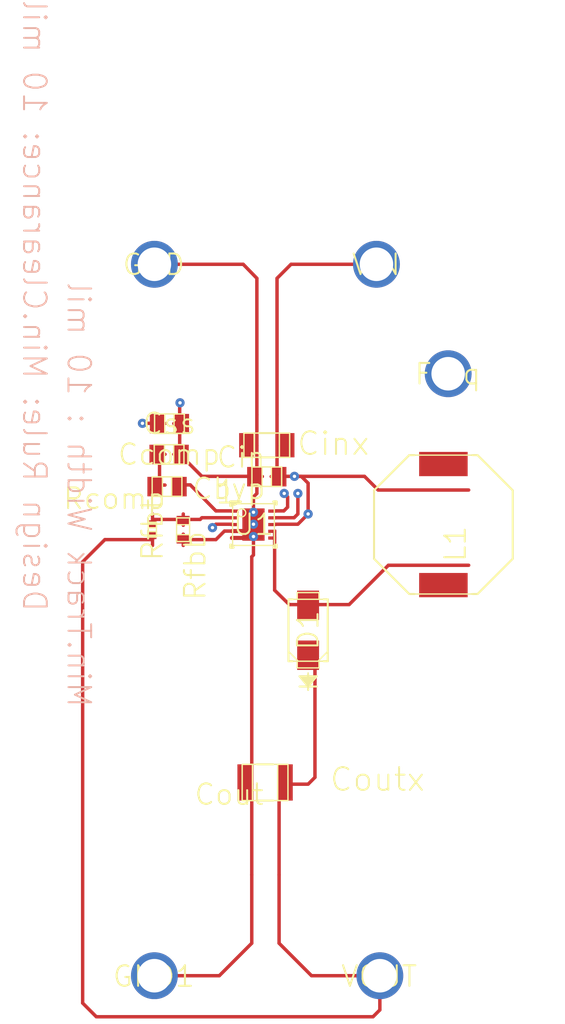
<source format=kicad_pcb>
(kicad_pcb (version 4) (host pcbnew 0.201509151501+6198~30~ubuntu14.04.1-product)

  (general
    (links 27)
    (no_connects 8)
    (area 173.850299 3.607651 215.861901 79.727402)
    (thickness 1.6)
    (drawings 13)
    (tracks 119)
    (zones 0)
    (modules 16)
    (nets 10)
  )

  (page A4)
  (layers
    (0 TOP signal)
    (1 BOTTOM signal)
    (2 INTERNAL1 signal)
    (3 INTERNAL2 signal)
    (4 INTERNAL3 signal)
    (5 INTERNAL4 signal)
    (6 INTERNAL5 signal)
    (7 INTERNAL6 signal)
    (8 INTERNAL7 signal)
    (31 INTERNAL8 signal)
    (32 B.Adhes user)
    (33 F.Adhes user)
    (34 B.Paste user)
    (35 F.Paste user)
    (36 B.SilkS user)
    (37 F.SilkS user)
    (38 B.Mask user)
    (39 F.Mask user)
    (40 Dwgs.User user)
    (41 Cmts.User user)
    (42 Eco1.User user)
    (43 Eco2.User user)
    (44 Edge.Cuts user)
    (45 Margin user)
    (46 B.CrtYd user)
    (47 F.CrtYd user)
    (48 B.Fab user)
    (49 F.Fab user)
  )

  (setup
    (last_trace_width 0.25)
    (trace_clearance 0.2)
    (zone_clearance 0.508)
    (zone_45_only no)
    (trace_min 0.2)
    (segment_width 0.2)
    (edge_width 0.15)
    (via_size 0.6)
    (via_drill 0.4)
    (via_min_size 0.4)
    (via_min_drill 0.254)
    (uvia_size 0.3)
    (uvia_drill 0.1)
    (uvias_allowed no)
    (uvia_min_size 0.2)
    (uvia_min_drill 0.1)
    (pcb_text_width 0.3)
    (pcb_text_size 1.5 1.5)
    (mod_edge_width 0.15)
    (mod_text_size 1 1)
    (mod_text_width 0.15)
    (pad_size 1.524 1.524)
    (pad_drill 0.762)
    (pad_to_mask_clearance 0.2)
    (aux_axis_origin 0 0)
    (visible_elements FFFFFF7F)
    (pcbplotparams
      (layerselection 0x00030_80000001)
      (usegerberextensions false)
      (excludeedgelayer true)
      (linewidth 0.100000)
      (plotframeref false)
      (viasonmask false)
      (mode 1)
      (useauxorigin false)
      (hpglpennumber 1)
      (hpglpenspeed 20)
      (hpglpendiameter 15)
      (hpglpenoverlay 2)
      (psnegative false)
      (psa4output false)
      (plotreference true)
      (plotvalue true)
      (plotinvisibletext false)
      (padsonsilk false)
      (subtractmaskfromsilk false)
      (outputformat 1)
      (mirror false)
      (drillshape 1)
      (scaleselection 1)
      (outputdirectory ""))
  )

  (net 0 "")
  (net 1 0)
  (net 2 2)
  (net 3 1)
  (net 4 14)
  (net 5 13)
  (net 6 5)
  (net 7 7)
  (net 8 4)
  (net 9 6)

  (net_class Default "This is the default net class."
    (clearance 0.2)
    (trace_width 0.25)
    (via_dia 0.6)
    (via_drill 0.4)
    (uvia_dia 0.3)
    (uvia_drill 0.1)
    (add_net 0)
    (add_net 1)
    (add_net 13)
    (add_net 14)
    (add_net 2)
    (add_net 4)
    (add_net 5)
    (add_net 6)
    (add_net 7)
  )

  (module TP-1502 (layer TOP) (tedit 0) (tstamp 5629ABAB)
    (at 207.1497 31.369)
    (fp_text reference Freq (at 0 0) (layer F.SilkS)
      (effects (font (thickness 0.15)))
    )
    (fp_text value "" (at 0 0) (layer F.SilkS)
      (effects (font (thickness 0.15)))
    )
    (pad 1 thru_hole circle (at 0 0) (size 1.3208 1.3208) (drill 0.8128) (layers *.Cu *.Mask)
      (net 5 13))
  )

  (module 1206 (layer TOP) (tedit 0) (tstamp 5629ABAF)
    (at 193.6877 36.6522 180)
    (fp_text reference Cin (at 0 0 180) (layer F.SilkS)
      (effects (font (thickness 0.15)) (justify right top))
    )
    (fp_text value "" (at 0 0 180) (layer F.SilkS)
      (effects (font (thickness 0.15)) (justify right top))
    )
    (fp_line (start -0.9398 0.9017) (end -0.9398 -0.9017) (layer F.SilkS) (width 0))
    (fp_line (start -0.9398 -0.9017) (end -1.7018 -0.9017) (layer F.SilkS) (width 0))
    (fp_line (start -1.7018 -0.9017) (end -1.7018 0.9017) (layer F.SilkS) (width 0))
    (fp_line (start -1.7018 0.9017) (end -0.9398 0.9017) (layer F.SilkS) (width 0))
    (fp_line (start 0.9398 -0.9017) (end 0.9398 0.9017) (layer F.SilkS) (width 0))
    (fp_line (start 0.9398 0.9017) (end 1.7018 0.9017) (layer F.SilkS) (width 0))
    (fp_line (start 1.7018 0.9017) (end 1.7018 -0.9017) (layer F.SilkS) (width 0))
    (fp_line (start 1.7018 -0.9017) (end 0.9398 -0.9017) (layer F.SilkS) (width 0))
    (fp_line (start -0.6071 0.9017) (end 0.6071 0.9017) (layer F.SilkS) (width 0.1524))
    (fp_line (start 0.6071 -0.9017) (end -0.6071 -0.9017) (layer F.SilkS) (width 0.1524))
    (fp_line (start -1.7018 0.9017) (end 1.7018 0.9017) (layer F.SilkS) (width 0))
    (fp_line (start 1.7018 0.9017) (end 1.7018 -0.9017) (layer F.SilkS) (width 0))
    (fp_line (start 1.7018 -0.9017) (end -1.7018 -0.9017) (layer F.SilkS) (width 0))
    (fp_line (start -1.7018 -0.9017) (end -1.7018 0.9017) (layer F.SilkS) (width 0))
    (pad 1 smd rect (at -1.4986 0 180) (size 1.1176 1.8034) (layers TOP F.Paste F.Mask)
      (net 3 1))
    (pad 2 smd rect (at 1.4986 0 180) (size 1.1176 1.8034) (layers TOP F.Paste F.Mask)
      (net 1 0))
  )

  (module TP-1502 (layer TOP) (tedit 0) (tstamp 5629ABC2)
    (at 202.0443 76.0984)
    (fp_text reference VOUT (at 0 0) (layer F.SilkS)
      (effects (font (thickness 0.15)))
    )
    (fp_text value "" (at 0 0) (layer F.SilkS)
      (effects (font (thickness 0.15)))
    )
    (pad 1 thru_hole circle (at 0 0) (size 1.3208 1.3208) (drill 0.8128) (layers *.Cu *.Mask)
      (net 2 2))
  )

  (module TP-1502 (layer TOP) (tedit 0) (tstamp 5629ABC6)
    (at 185.2803 76.0984)
    (fp_text reference GND1 (at 0 0) (layer F.SilkS)
      (effects (font (thickness 0.15)))
    )
    (fp_text value "" (at 0 0) (layer F.SilkS)
      (effects (font (thickness 0.15)))
    )
    (pad 1 thru_hole circle (at 0 0) (size 1.3208 1.3208) (drill 0.8128) (layers *.Cu *.Mask)
      (net 1 0))
  )

  (module TP-1502 (layer TOP) (tedit 0) (tstamp 5629ABCA)
    (at 185.2803 23.241)
    (fp_text reference GND (at 0 0) (layer F.SilkS)
      (effects (font (thickness 0.15)))
    )
    (fp_text value "" (at 0 0) (layer F.SilkS)
      (effects (font (thickness 0.15)))
    )
    (pad 1 thru_hole circle (at 0 0) (size 1.3208 1.3208) (drill 0.8128) (layers *.Cu *.Mask)
      (net 1 0))
  )

  (module TP-1502 (layer TOP) (tedit 0) (tstamp 5629ABCE)
    (at 201.8157 23.241)
    (fp_text reference VIN (at 0 0) (layer F.SilkS)
      (effects (font (thickness 0.15)))
    )
    (fp_text value "" (at 0 0) (layer F.SilkS)
      (effects (font (thickness 0.15)))
    )
    (pad 1 thru_hole circle (at 0 0) (size 1.3208 1.3208) (drill 0.8128) (layers *.Cu *.Mask)
      (net 3 1))
  )

  (module 0805 (layer TOP) (tedit 0) (tstamp 5629ABD2)
    (at 193.6877 38.989 180)
    (fp_text reference Cbyp (at 0 0 180) (layer F.SilkS)
      (effects (font (thickness 0.15)) (justify right top))
    )
    (fp_text value "" (at 0 0 180) (layer F.SilkS)
      (effects (font (thickness 0.15)) (justify right top))
    )
    (fp_line (start -0.3429 0.7239) (end -0.3429 -0.7239) (layer F.SilkS) (width 0))
    (fp_line (start -0.3429 -0.7239) (end -1.1049 -0.7239) (layer F.SilkS) (width 0))
    (fp_line (start -1.1049 -0.7239) (end -1.1049 0.7239) (layer F.SilkS) (width 0))
    (fp_line (start -1.1049 0.7239) (end -0.3429 0.7239) (layer F.SilkS) (width 0))
    (fp_line (start 0.3429 -0.7239) (end 0.3429 0.7239) (layer F.SilkS) (width 0))
    (fp_line (start 0.3429 0.7239) (end 1.1049 0.7239) (layer F.SilkS) (width 0))
    (fp_line (start 1.1049 0.7239) (end 1.1049 -0.7239) (layer F.SilkS) (width 0))
    (fp_line (start 1.1049 -0.7239) (end 0.3429 -0.7239) (layer F.SilkS) (width 0))
    (fp_line (start -1.1049 0.7239) (end 1.1049 0.7239) (layer F.SilkS) (width 0))
    (fp_line (start 1.1049 0.7239) (end 1.1049 -0.7239) (layer F.SilkS) (width 0))
    (fp_line (start 1.1049 -0.7239) (end -1.1049 -0.7239) (layer F.SilkS) (width 0))
    (fp_line (start -1.1049 -0.7239) (end -1.1049 0.7239) (layer F.SilkS) (width 0))
    (pad 1 smd rect (at -0.9017 0 180) (size 1.1176 1.4478) (layers TOP F.Paste F.Mask)
      (net 3 1))
    (pad 2 smd rect (at 0.9017 0 180) (size 1.1176 1.4478) (layers TOP F.Paste F.Mask)
      (net 1 0))
  )

  (module 1210 (layer TOP) (tedit 0) (tstamp 5629ABE3)
    (at 193.5607 61.6966 180)
    (fp_text reference Cout (at 0 0 180) (layer F.SilkS)
      (effects (font (thickness 0.15)) (justify right top))
    )
    (fp_text value "" (at 0 0 180) (layer F.SilkS)
      (effects (font (thickness 0.15)) (justify right top))
    )
    (fp_line (start -0.9398 1.3462) (end -0.9398 -1.3462) (layer F.SilkS) (width 0))
    (fp_line (start -0.9398 -1.3462) (end -1.7018 -1.3462) (layer F.SilkS) (width 0))
    (fp_line (start -1.7018 -1.3462) (end -1.7018 1.3462) (layer F.SilkS) (width 0))
    (fp_line (start -1.7018 1.3462) (end -0.9398 1.3462) (layer F.SilkS) (width 0))
    (fp_line (start 0.9398 -1.3462) (end 0.9398 1.3462) (layer F.SilkS) (width 0))
    (fp_line (start 0.9398 1.3462) (end 1.7018 1.3462) (layer F.SilkS) (width 0))
    (fp_line (start 1.7018 1.3462) (end 1.7018 -1.3462) (layer F.SilkS) (width 0))
    (fp_line (start 1.7018 -1.3462) (end 0.9398 -1.3462) (layer F.SilkS) (width 0))
    (fp_line (start -0.6071 1.3462) (end 0.6071 1.3462) (layer F.SilkS) (width 0.1524))
    (fp_line (start 0.6071 -1.3462) (end -0.6071 -1.3462) (layer F.SilkS) (width 0.1524))
    (fp_line (start -1.7018 1.3462) (end 1.7018 1.3462) (layer F.SilkS) (width 0))
    (fp_line (start 1.7018 1.3462) (end 1.7018 -1.3462) (layer F.SilkS) (width 0))
    (fp_line (start 1.7018 -1.3462) (end -1.7018 -1.3462) (layer F.SilkS) (width 0))
    (fp_line (start -1.7018 -1.3462) (end -1.7018 1.3462) (layer F.SilkS) (width 0))
    (pad 1 smd rect (at -1.4986 0 180) (size 1.1176 2.6924) (layers TOP F.Paste F.Mask)
      (net 2 2))
    (pad 2 smd rect (at 1.4986 0 180) (size 1.1176 2.6924) (layers TOP F.Paste F.Mask)
      (net 1 0))
  )

  (module DRC0010A (layer TOP) (tedit 0) (tstamp 5629ABF6)
    (at 192.6971 42.545)
    (fp_text reference U1 (at 0 0) (layer F.SilkS)
      (effects (font (thickness 0.15)))
    )
    (fp_text value "" (at 0 0) (layer F.SilkS)
      (effects (font (thickness 0.15)))
    )
    (fp_line (start -1.55 1.55) (end -1.55 -1.55) (layer F.SilkS) (width 0.1))
    (fp_line (start 1.55 1.55) (end 1.55 -1.55) (layer F.SilkS) (width 0.1))
    (fp_line (start -1.55 -1.55) (end 1.55 -1.55) (layer F.SilkS) (width 0.1))
    (fp_line (start -1.55 1.55) (end 1.55 1.55) (layer F.SilkS) (width 0.1))
    (fp_line (start -1.7 -1.7) (end -0.965 -1.7) (layer F.SilkS) (width 0.2))
    (fp_line (start -1.7 -1.39) (end -1.7 -1.7) (layer F.SilkS) (width 0.2))
    (fp_line (start 1.5 -1.7) (end 1.7 -1.7) (layer F.SilkS) (width 0.2))
    (fp_line (start 1.7 -1.5) (end 1.7 -1.7) (layer F.SilkS) (width 0.2))
    (fp_line (start 1.7 1.7) (end 1.7 1.5) (layer F.SilkS) (width 0.2))
    (fp_line (start 1.5 1.7) (end 1.7 1.7) (layer F.SilkS) (width 0.2))
    (fp_line (start -1.7 1.7) (end -1.7 1.5) (layer F.SilkS) (width 0.2))
    (fp_line (start -1.7 1.7) (end -1.5 1.7) (layer F.SilkS) (width 0.2))
    (fp_poly (pts (xy -0.75 -0.1) (xy 0.75 -0.1) (xy 0.75 -1.165) (xy -0.75 -1.165)) (layer F.Paste) (width 0))
    (fp_poly (pts (xy -0.75 1.165) (xy 0.75 1.165) (xy 0.75 0.1) (xy -0.75 0.1)) (layer F.Paste) (width 0))
    (fp_circle (center -0.875 -0.875) (end -0.575 -0.875) (layer F.SilkS) (width 0.1016))
    (pad 1 smd rect (at -1.4 -1) (size 0.6 0.24) (layers TOP F.Paste F.Mask)
      (net 6 5))
    (pad 2 smd rect (at -1.4 -0.5) (size 0.6 0.24) (layers TOP F.Paste F.Mask)
      (net 9 6))
    (pad 3 smd rect (at -1.4 0) (size 0.6 0.24) (layers TOP F.Paste F.Mask)
      (net 3 1))
    (pad 4 smd rect (at -1.4 0.5) (size 0.6 0.24) (layers TOP F.Paste F.Mask)
      (net 1 0))
    (pad 5 smd rect (at -1.4 1) (size 0.6 0.24) (layers TOP F.Paste F.Mask)
      (net 1 0))
    (pad 6 smd rect (at 1.4 1) (size 0.6 0.24) (layers TOP F.Paste F.Mask)
      (net 8 4))
    (pad 7 smd rect (at 1.4 0.5) (size 0.6 0.24) (layers TOP F.Paste F.Mask)
      (net 8 4))
    (pad 8 smd rect (at 1.4 0) (size 0.6 0.24) (layers TOP F.Paste F.Mask)
      (net 3 1))
    (pad 9 smd rect (at 1.4 -0.5) (size 0.6 0.24) (layers TOP F.Paste F.Mask)
      (net 5 13))
    (pad 10 smd rect (at 1.4 -1) (size 0.6 0.24) (layers TOP F.Paste F.Mask)
      (net 4 14))
    (pad 11 smd rect (at 0 0) (size 1.65 2.4) (layers TOP F.Paste F.Mask)
      (net 1 0))
  )

  (module 0603 (layer TOP) (tedit 0) (tstamp 5629AC13)
    (at 187.4647 42.926 270)
    (fp_text reference Rfbb (at 0 0 270) (layer F.SilkS)
      (effects (font (thickness 0.15)) (justify right top))
    )
    (fp_text value "" (at 0 0 270) (layer F.SilkS)
      (effects (font (thickness 0.15)) (justify right top))
    )
    (fp_line (start -0.3683 0.4826) (end -0.3683 -0.4826) (layer F.SilkS) (width 0))
    (fp_line (start -0.3683 -0.4826) (end -0.8763 -0.4826) (layer F.SilkS) (width 0))
    (fp_line (start -0.8763 -0.4826) (end -0.8763 0.4826) (layer F.SilkS) (width 0))
    (fp_line (start -0.8763 0.4826) (end -0.3683 0.4826) (layer F.SilkS) (width 0))
    (fp_line (start 0.3683 -0.4826) (end 0.3683 0.4826) (layer F.SilkS) (width 0))
    (fp_line (start 0.3683 0.4826) (end 0.8763 0.4826) (layer F.SilkS) (width 0))
    (fp_line (start 0.8763 0.4826) (end 0.8763 -0.4826) (layer F.SilkS) (width 0))
    (fp_line (start 0.8763 -0.4826) (end 0.3683 -0.4826) (layer F.SilkS) (width 0))
    (fp_line (start -0.8763 0.4826) (end 0.8763 0.4826) (layer F.SilkS) (width 0))
    (fp_line (start 0.8763 0.4826) (end 0.8763 -0.4826) (layer F.SilkS) (width 0))
    (fp_line (start 0.8763 -0.4826) (end -0.8763 -0.4826) (layer F.SilkS) (width 0))
    (fp_line (start -0.8763 -0.4826) (end -0.8763 0.4826) (layer F.SilkS) (width 0))
    (pad 1 smd rect (at -0.6985 0 270) (size 0.6604 0.9652) (layers TOP F.Paste F.Mask)
      (net 9 6))
    (pad 2 smd rect (at 0.6985 0 270) (size 0.6604 0.9652) (layers TOP F.Paste F.Mask)
      (net 1 0))
  )

  (module 0805 (layer TOP) (tedit 0) (tstamp 5629AC24)
    (at 186.4487 35.052)
    (fp_text reference Css (at 0 0) (layer F.SilkS)
      (effects (font (thickness 0.15)))
    )
    (fp_text value "" (at 0 0) (layer F.SilkS)
      (effects (font (thickness 0.15)))
    )
    (fp_line (start -0.3429 0.7239) (end -0.3429 -0.7239) (layer F.SilkS) (width 0))
    (fp_line (start -0.3429 -0.7239) (end -1.1049 -0.7239) (layer F.SilkS) (width 0))
    (fp_line (start -1.1049 -0.7239) (end -1.1049 0.7239) (layer F.SilkS) (width 0))
    (fp_line (start -1.1049 0.7239) (end -0.3429 0.7239) (layer F.SilkS) (width 0))
    (fp_line (start 0.3429 -0.7239) (end 0.3429 0.7239) (layer F.SilkS) (width 0))
    (fp_line (start 0.3429 0.7239) (end 1.1049 0.7239) (layer F.SilkS) (width 0))
    (fp_line (start 1.1049 0.7239) (end 1.1049 -0.7239) (layer F.SilkS) (width 0))
    (fp_line (start 1.1049 -0.7239) (end 0.3429 -0.7239) (layer F.SilkS) (width 0))
    (fp_line (start -1.1049 0.7239) (end 1.1049 0.7239) (layer F.SilkS) (width 0))
    (fp_line (start 1.1049 0.7239) (end 1.1049 -0.7239) (layer F.SilkS) (width 0))
    (fp_line (start 1.1049 -0.7239) (end -1.1049 -0.7239) (layer F.SilkS) (width 0))
    (fp_line (start -1.1049 -0.7239) (end -1.1049 0.7239) (layer F.SilkS) (width 0))
    (pad 1 smd rect (at -0.9017 0) (size 1.1176 1.4478) (layers TOP F.Paste F.Mask)
      (net 4 14))
    (pad 2 smd rect (at 0.9017 0) (size 1.1176 1.4478) (layers TOP F.Paste F.Mask)
      (net 1 0))
  )

  (module 0805 (layer TOP) (tedit 0) (tstamp 5629AC35)
    (at 186.2709 39.7256 180)
    (fp_text reference Rcomp (at 0 0 180) (layer F.SilkS)
      (effects (font (thickness 0.15)) (justify right top))
    )
    (fp_text value "" (at 0 0 180) (layer F.SilkS)
      (effects (font (thickness 0.15)) (justify right top))
    )
    (fp_line (start -0.3429 0.7239) (end -0.3429 -0.7239) (layer F.SilkS) (width 0))
    (fp_line (start -0.3429 -0.7239) (end -1.1049 -0.7239) (layer F.SilkS) (width 0))
    (fp_line (start -1.1049 -0.7239) (end -1.1049 0.7239) (layer F.SilkS) (width 0))
    (fp_line (start -1.1049 0.7239) (end -0.3429 0.7239) (layer F.SilkS) (width 0))
    (fp_line (start 0.3429 -0.7239) (end 0.3429 0.7239) (layer F.SilkS) (width 0))
    (fp_line (start 0.3429 0.7239) (end 1.1049 0.7239) (layer F.SilkS) (width 0))
    (fp_line (start 1.1049 0.7239) (end 1.1049 -0.7239) (layer F.SilkS) (width 0))
    (fp_line (start 1.1049 -0.7239) (end 0.3429 -0.7239) (layer F.SilkS) (width 0))
    (fp_line (start -1.1049 0.7239) (end 1.1049 0.7239) (layer F.SilkS) (width 0))
    (fp_line (start 1.1049 0.7239) (end 1.1049 -0.7239) (layer F.SilkS) (width 0))
    (fp_line (start 1.1049 -0.7239) (end -1.1049 -0.7239) (layer F.SilkS) (width 0))
    (fp_line (start -1.1049 -0.7239) (end -1.1049 0.7239) (layer F.SilkS) (width 0))
    (pad 1 smd rect (at -0.9017 0 180) (size 1.1176 1.4478) (layers TOP F.Paste F.Mask)
      (net 6 5))
    (pad 2 smd rect (at 0.9017 0 180) (size 1.1176 1.4478) (layers TOP F.Paste F.Mask)
      (net 7 7))
  )

  (module 0805 (layer TOP) (tedit 0) (tstamp 5629AC46)
    (at 186.4233 37.338)
    (fp_text reference Ccomp (at 0 0) (layer F.SilkS)
      (effects (font (thickness 0.15)))
    )
    (fp_text value "" (at 0 0) (layer F.SilkS)
      (effects (font (thickness 0.15)))
    )
    (fp_line (start -0.3429 0.7239) (end -0.3429 -0.7239) (layer F.SilkS) (width 0))
    (fp_line (start -0.3429 -0.7239) (end -1.1049 -0.7239) (layer F.SilkS) (width 0))
    (fp_line (start -1.1049 -0.7239) (end -1.1049 0.7239) (layer F.SilkS) (width 0))
    (fp_line (start -1.1049 0.7239) (end -0.3429 0.7239) (layer F.SilkS) (width 0))
    (fp_line (start 0.3429 -0.7239) (end 0.3429 0.7239) (layer F.SilkS) (width 0))
    (fp_line (start 0.3429 0.7239) (end 1.1049 0.7239) (layer F.SilkS) (width 0))
    (fp_line (start 1.1049 0.7239) (end 1.1049 -0.7239) (layer F.SilkS) (width 0))
    (fp_line (start 1.1049 -0.7239) (end 0.3429 -0.7239) (layer F.SilkS) (width 0))
    (fp_line (start -1.1049 0.7239) (end 1.1049 0.7239) (layer F.SilkS) (width 0))
    (fp_line (start 1.1049 0.7239) (end 1.1049 -0.7239) (layer F.SilkS) (width 0))
    (fp_line (start 1.1049 -0.7239) (end -1.1049 -0.7239) (layer F.SilkS) (width 0))
    (fp_line (start -1.1049 -0.7239) (end -1.1049 0.7239) (layer F.SilkS) (width 0))
    (pad 1 smd rect (at -0.9017 0) (size 1.1176 1.4478) (layers TOP F.Paste F.Mask)
      (net 7 7))
    (pad 2 smd rect (at 0.9017 0) (size 1.1176 1.4478) (layers TOP F.Paste F.Mask)
      (net 1 0))
  )

  (module 0402 (layer TOP) (tedit 0) (tstamp 5629AC57)
    (at 185.1787 42.926 90)
    (fp_text reference Rfbt (at 0 0 90) (layer F.SilkS)
      (effects (font (thickness 0.15)))
    )
    (fp_text value "" (at 0 0 90) (layer F.SilkS)
      (effects (font (thickness 0.15)))
    )
    (fp_line (start -0.1397 0.3048) (end -0.1397 -0.3048) (layer F.SilkS) (width 0))
    (fp_line (start -0.1397 -0.3048) (end -0.5461 -0.3048) (layer F.SilkS) (width 0))
    (fp_line (start -0.5461 -0.3048) (end -0.5461 0.3048) (layer F.SilkS) (width 0))
    (fp_line (start -0.5461 0.3048) (end -0.1397 0.3048) (layer F.SilkS) (width 0))
    (fp_line (start 0.1397 -0.3048) (end 0.1397 0.3048) (layer F.SilkS) (width 0))
    (fp_line (start 0.1397 0.3048) (end 0.5461 0.3048) (layer F.SilkS) (width 0))
    (fp_line (start 0.5461 0.3048) (end 0.5461 -0.3048) (layer F.SilkS) (width 0))
    (fp_line (start 0.5461 -0.3048) (end 0.1397 -0.3048) (layer F.SilkS) (width 0))
    (fp_line (start -0.5461 0.3048) (end 0.5461 0.3048) (layer F.SilkS) (width 0))
    (fp_line (start 0.5461 0.3048) (end 0.5461 -0.3048) (layer F.SilkS) (width 0))
    (fp_line (start 0.5461 -0.3048) (end -0.5461 -0.3048) (layer F.SilkS) (width 0))
    (fp_line (start -0.5461 -0.3048) (end -0.5461 0.3048) (layer F.SilkS) (width 0))
    (pad 1 smd rect (at -0.4191 0 90) (size 0.5588 0.6096) (layers TOP F.Paste F.Mask)
      (net 2 2))
    (pad 2 smd rect (at 0.4191 0 90) (size 0.5588 0.6096) (layers TOP F.Paste F.Mask)
      (net 9 6))
  )

  (module SRU1048 (layer TOP) (tedit 0) (tstamp 5629AC68)
    (at 206.8195 42.545 270)
    (fp_text reference L1 (at 0 0 270) (layer F.SilkS)
      (effects (font (thickness 0.15)) (justify right top))
    )
    (fp_text value "" (at 0 0 270) (layer F.SilkS)
      (effects (font (thickness 0.15)) (justify right top))
    )
    (fp_line (start 5.1562 2.1361) (end 5.1562 2.54) (layer F.SilkS) (width 0.1524))
    (fp_line (start -5.1562 -2.1361) (end -5.1562 -2.54) (layer F.SilkS) (width 0.1524))
    (fp_line (start -2.54 -5.1562) (end 2.54 -5.1562) (layer F.SilkS) (width 0.1524))
    (fp_line (start 2.54 -5.1562) (end 5.1562 -2.54) (layer F.SilkS) (width 0.1524))
    (fp_line (start 5.1562 -2.54) (end 5.1562 -2.1361) (layer F.SilkS) (width 0.1524))
    (fp_line (start 5.1562 2.54) (end 2.54 5.1562) (layer F.SilkS) (width 0.1524))
    (fp_line (start 2.54 5.1562) (end -2.54 5.1562) (layer F.SilkS) (width 0.1524))
    (fp_line (start -2.54 5.1562) (end -5.1562 2.54) (layer F.SilkS) (width 0.1524))
    (fp_line (start -5.1562 2.54) (end -5.1562 2.1361) (layer F.SilkS) (width 0.1524))
    (fp_line (start -5.1562 -2.54) (end -2.54 -5.1562) (layer F.SilkS) (width 0.1524))
    (fp_line (start -2.54 -5.1562) (end 2.54 -5.1562) (layer F.SilkS) (width 0))
    (fp_line (start 2.54 -5.1562) (end 5.1562 -2.54) (layer F.SilkS) (width 0))
    (fp_line (start 5.1562 -2.54) (end 5.1562 2.54) (layer F.SilkS) (width 0))
    (fp_line (start 5.1562 2.54) (end 2.54 5.1562) (layer F.SilkS) (width 0))
    (fp_line (start 2.54 5.1562) (end -2.54 5.1562) (layer F.SilkS) (width 0))
    (fp_line (start -2.54 5.1562) (end -5.1562 2.54) (layer F.SilkS) (width 0))
    (fp_line (start -5.1562 2.54) (end -5.1562 -2.54) (layer F.SilkS) (width 0))
    (fp_line (start -5.1562 -2.54) (end -2.54 -5.1562) (layer F.SilkS) (width 0))
    (pad 1 smd rect (at -4.4958 0 270) (size 1.8034 3.6068) (layers TOP F.Paste F.Mask)
      (net 3 1))
    (pad 2 smd rect (at 4.4958 0 270) (size 1.8034 3.6068) (layers TOP F.Paste F.Mask)
      (net 8 4))
  )

  (module SMA (layer TOP) (tedit 0) (tstamp 5629AC7F)
    (at 196.7611 50.3936 90)
    (fp_text reference D1 (at 0 0 90) (layer F.SilkS)
      (effects (font (thickness 0.15)))
    )
    (fp_text value "" (at 0 0 90) (layer F.SilkS)
      (effects (font (thickness 0.15)))
    )
    (fp_line (start -2.2987 0.8128) (end -2.2987 -0.8128) (layer F.SilkS) (width 0))
    (fp_line (start -2.2987 -0.8128) (end -2.794 -0.8128) (layer F.SilkS) (width 0))
    (fp_line (start -2.794 -0.8128) (end -2.794 0.8128) (layer F.SilkS) (width 0))
    (fp_line (start -2.794 0.8128) (end -2.2987 0.8128) (layer F.SilkS) (width 0))
    (fp_line (start 2.2987 -0.8128) (end 2.2987 0.8128) (layer F.SilkS) (width 0))
    (fp_line (start 2.2987 0.8128) (end 2.794 0.8128) (layer F.SilkS) (width 0))
    (fp_line (start 2.794 0.8128) (end 2.794 -0.8128) (layer F.SilkS) (width 0))
    (fp_line (start 2.794 -0.8128) (end 2.2987 -0.8128) (layer F.SilkS) (width 0))
    (fp_line (start 2.2987 -1.1455) (end 2.2987 -1.4605) (layer F.SilkS) (width 0.1524))
    (fp_line (start -2.2987 1.1455) (end -2.2987 1.4605) (layer F.SilkS) (width 0.1524))
    (fp_line (start -2.2987 -0.7302) (end -1.5684 -1.4605) (layer F.SilkS) (width 0))
    (fp_line (start -2.2987 0.7302) (end -1.5684 1.4605) (layer F.SilkS) (width 0))
    (fp_line (start -3.1623 0) (end -4.4323 0) (layer F.SilkS) (width 0))
    (fp_line (start -4.1783 -0.635) (end -4.1783 0.635) (layer F.SilkS) (width 0))
    (fp_line (start -4.1783 0) (end -3.4163 -0.635) (layer F.SilkS) (width 0))
    (fp_line (start -4.1783 0) (end -3.4163 -0.508) (layer F.SilkS) (width 0))
    (fp_line (start -4.1783 0) (end -3.4163 -0.381) (layer F.SilkS) (width 0))
    (fp_line (start -4.1783 0) (end -3.4163 -0.254) (layer F.SilkS) (width 0))
    (fp_line (start -4.1783 0) (end -3.4163 -0.127) (layer F.SilkS) (width 0))
    (fp_line (start -4.1783 0) (end -3.4163 0.635) (layer F.SilkS) (width 0))
    (fp_line (start -4.1783 0) (end -3.4163 0.508) (layer F.SilkS) (width 0))
    (fp_line (start -4.1783 0) (end -3.4163 0.381) (layer F.SilkS) (width 0))
    (fp_line (start -4.1783 0) (end -3.4163 0.254) (layer F.SilkS) (width 0))
    (fp_line (start -4.1783 0) (end -3.4163 0.127) (layer F.SilkS) (width 0))
    (fp_line (start -3.4163 -0.635) (end -3.4163 0.635) (layer F.SilkS) (width 0))
    (fp_line (start -3.2791 0) (end -4.4323 0) (layer F.SilkS) (width 0.1524))
    (fp_line (start -4.1783 -0.635) (end -4.1783 0.635) (layer F.SilkS) (width 0.1524))
    (fp_line (start -4.1783 0) (end -3.4163 -0.635) (layer F.SilkS) (width 0.1524))
    (fp_line (start -4.1783 0) (end -3.4163 -0.508) (layer F.SilkS) (width 0.1524))
    (fp_line (start -4.1783 0) (end -3.4163 -0.381) (layer F.SilkS) (width 0.1524))
    (fp_line (start -4.1783 0) (end -3.4163 -0.254) (layer F.SilkS) (width 0.1524))
    (fp_line (start -4.1783 0) (end -3.4163 -0.127) (layer F.SilkS) (width 0.1524))
    (fp_line (start -4.1783 0) (end -3.4163 0.635) (layer F.SilkS) (width 0.1524))
    (fp_line (start -4.1783 0) (end -3.4163 0.508) (layer F.SilkS) (width 0.1524))
    (fp_line (start -4.1783 0) (end -3.4163 0.381) (layer F.SilkS) (width 0.1524))
    (fp_line (start -4.1783 0) (end -3.4163 0.254) (layer F.SilkS) (width 0.1524))
    (fp_line (start -4.1783 0) (end -3.4163 0.127) (layer F.SilkS) (width 0.1524))
    (fp_line (start -3.4163 -0.635) (end -3.4163 0.635) (layer F.SilkS) (width 0.1524))
    (fp_line (start -2.2987 1.4605) (end 2.2987 1.4605) (layer F.SilkS) (width 0.1524))
    (fp_line (start 2.2987 1.4605) (end 2.2987 1.1455) (layer F.SilkS) (width 0.1524))
    (fp_line (start 2.2987 -1.4605) (end -2.2987 -1.4605) (layer F.SilkS) (width 0.1524))
    (fp_line (start -2.2987 -1.4605) (end -2.2987 -1.1455) (layer F.SilkS) (width 0.1524))
    (fp_line (start -2.2987 1.4605) (end 2.2987 1.4605) (layer F.SilkS) (width 0))
    (fp_line (start 2.2987 1.4605) (end 2.2987 -1.4605) (layer F.SilkS) (width 0))
    (fp_line (start 2.2987 -1.4605) (end -2.2987 -1.4605) (layer F.SilkS) (width 0))
    (fp_line (start -2.2987 -1.4605) (end -2.2987 1.4605) (layer F.SilkS) (width 0))
    (pad 1 smd rect (at -1.8542 0 90) (size 2.1844 1.6256) (layers TOP F.Paste F.Mask)
      (net 2 2))
    (pad 2 smd rect (at 1.8542 0 90) (size 2.1844 1.6256) (layers TOP F.Paste F.Mask)
      (net 8 4))
  )

  (gr_line (start 173.9011 79.6036) (end 173.9011 18.6436) (layer Cmts.User) (width 0.0254) (tstamp 34F8BE8))
  (gr_line (start 173.9011 79.6036) (end 173.9011 18.6436) (layer Cmts.User) (width 0.1016) (tstamp 3565AF8))
  (gr_line (start 173.9011 18.6436) (end 215.8111 18.6436) (layer Cmts.User) (width 0.0254) (tstamp 35663E8))
  (gr_line (start 173.9011 18.6436) (end 215.8111 18.6436) (layer Cmts.User) (width 0.1016) (tstamp 3566CD8))
  (gr_line (start 215.8111 18.6436) (end 215.8111 79.6036) (layer Cmts.User) (width 0.0254) (tstamp 35675C8))
  (gr_line (start 215.8111 18.6436) (end 215.8111 79.6036) (layer Cmts.User) (width 0.1016) (tstamp 3567EB8))
  (gr_line (start 215.8111 79.6036) (end 173.9011 79.6036) (layer Cmts.User) (width 0.0254) (tstamp 35687A8))
  (gr_line (start 215.8111 79.6036) (end 173.9011 79.6036) (layer Cmts.User) (width 0.1016) (tstamp 35F7BA8))
  (gr_text Coutx (at 198.2851 62.4586) (layer F.SilkS) (tstamp 35F8498)
    (effects (font (size 1.6891 1.6891) (thickness 0.14224)) (justify left bottom))
  )
  (gr_text Cinx (at 195.8467 37.5158) (layer F.SilkS) (tstamp 35F8C88)
    (effects (font (size 1.6891 1.6891) (thickness 0.14224)) (justify left bottom))
  )
  (gr_text 1 (at 189.7761 41.1226) (layer F.SilkS) (tstamp 35F9478)
    (effects (font (size 1.6891 1.6891) (thickness 0.14224)) (justify left bottom))
  )
  (gr_text "Min.Track Width : 10 mil" (at 178.7271 56.2356 270) (layer B.SilkS) (tstamp 35F9C68)
    (effects (font (size 1.6891 1.6891) (thickness 0.14224)) (justify left bottom mirror))
  )
  (gr_text "Design Rule: Min.Clearance: 10 mil" (at 175.4251 49.1236 270) (layer B.SilkS) (tstamp 35FA598)
    (effects (font (size 1.6891 1.6891) (thickness 0.14224)) (justify left bottom mirror))
  )

  (segment (start 187.4774 44.0944) (end 187.4774 43.2562) (width 0.254) (layer TOP) (net 0) (tstamp 3924C78))
  (segment (start 187.4774 42.5958) (end 187.4774 41.7576) (width 0.254) (layer TOP) (net 0) (tstamp 39781A8))
  (segment (start 192.5701 61.8236) (end 192.5701 44.9326) (width 0.254) (layer TOP) (net 1) (tstamp 3914948))
  (segment (start 192.5701 68.5546) (end 192.5701 61.8236) (width 0.254) (layer TOP) (net 1) (tstamp 3915238))
  (segment (start 192.6971 44.8056) (end 192.6971 43.434) (width 0.254) (layer TOP) (net 1) (tstamp 3915B28))
  (segment (start 192.5701 44.9326) (end 192.6971 44.8056) (width 0.254) (layer TOP) (net 1) (tstamp 3916418))
  (segment (start 190.1571 76.0476) (end 192.5701 73.6346) (width 0.254) (layer TOP) (net 1) (tstamp 3916D08))
  (segment (start 190.5381 43.0276) (end 191.0969 43.0276) (width 0.254) (layer TOP) (net 1) (tstamp 39175F8))
  (segment (start 191.0969 43.0276) (end 192.2653 43.0276) (width 0.3048) (layer TOP) (net 1) (tstamp 3917EE8))
  (segment (start 191.0969 43.5356) (end 192.5955 43.5356) (width 0.3048) (layer TOP) (net 1) (tstamp 39187D8))
  (segment (start 192.2653 43.0276) (end 192.6971 43.434) (width 0.3048) (layer TOP) (net 1) (tstamp 39190C8))
  (segment (start 192.5955 43.5356) (end 192.6971 43.434) (width 0.3048) (layer TOP) (net 1) (tstamp 39199B8))
  (segment (start 187.2107 37.3126) (end 187.2107 35.0266) (width 0.254) (layer TOP) (net 1) (tstamp 391A2A8))
  (segment (start 187.2107 35.0266) (end 187.2107 33.528) (width 0.254) (layer TOP) (net 1) (tstamp 391AB98))
  (segment (start 187.2107 37.3126) (end 188.8617 38.9636) (width 0.254) (layer TOP) (net 1) (tstamp 391B488))
  (segment (start 185.3311 76.0476) (end 190.1571 76.0476) (width 0.254) (layer TOP) (net 1) (tstamp 391BD78))
  (segment (start 187.4901 43.6626) (end 189.9031 43.6626) (width 0.254) (layer TOP) (net 1) (tstamp 391C668))
  (segment (start 189.9031 43.6626) (end 190.5381 43.0276) (width 0.254) (layer TOP) (net 1) (tstamp 391CF58))
  (segment (start 192.6971 41.6306) (end 192.6971 40.4876) (width 0.254) (layer TOP) (net 1) (tstamp 391D848))
  (segment (start 192.6971 40.4876) (end 192.9511 40.2336) (width 0.254) (layer TOP) (net 1) (tstamp 391E138))
  (segment (start 192.9511 34.3916) (end 192.9511 24.257) (width 0.254) (layer TOP) (net 1) (tstamp 391EA28))
  (segment (start 191.9351 23.2156) (end 192.9511 24.257) (width 0.254) (layer TOP) (net 1) (tstamp 391F318))
  (segment (start 185.3311 23.2156) (end 191.9351 23.2156) (width 0.254) (layer TOP) (net 1) (tstamp 391FC08))
  (segment (start 192.9511 40.2336) (end 192.9511 38.9636) (width 0.254) (layer TOP) (net 1) (tstamp 39204F8))
  (segment (start 192.9511 36.6776) (end 192.9511 34.3916) (width 0.254) (layer TOP) (net 1) (tstamp 3920DE8))
  (segment (start 192.9511 38.9636) (end 192.9511 36.6776) (width 0.254) (layer TOP) (net 1) (tstamp 39216D8))
  (segment (start 188.8617 38.9636) (end 192.9511 38.9636) (width 0.254) (layer TOP) (net 1) (tstamp 3921FC8))
  (segment (start 192.5701 73.6346) (end 192.5701 68.5546) (width 0.254) (layer TOP) (net 1) (tstamp 39228B8))
  (segment (start 192.5193 38.9763) (end 193.3575 38.9763) (width 0.254) (layer TOP) (net 1) (tstamp 39231A8))
  (segment (start 186.7789 35.0393) (end 187.6171 35.0393) (width 0.254) (layer TOP) (net 1) (tstamp 3923A98))
  (segment (start 186.7789 37.3253) (end 187.6171 37.3253) (width 0.254) (layer TOP) (net 1) (tstamp 3924388))
  (via micro (at 187.2361 33.5026) (size 0.6858) (drill 0.254) (layers TOP INTERNAL8) (net 1) (tstamp 3936028))
  (via micro (at 192.6971 43.434) (size 0.6858) (drill 0.254) (layers TOP INTERNAL8) (net 1) (tstamp 3936918))
  (via micro (at 192.6971 42.5196) (size 0.6858) (drill 0.254) (layers TOP INTERNAL8) (net 1) (tstamp 3937208))
  (via micro (at 192.6971 41.6306) (size 0.6858) (drill 0.254) (layers TOP INTERNAL8) (net 1) (tstamp 3937AF8))
  (via micro (at 185.3311 76.0476) (size 3.4798) (drill 2.4892) (layers TOP INTERNAL8) (net 1) (tstamp 39383E8))
  (via micro (at 185.3311 23.2156) (size 3.4798) (drill 2.4892) (layers TOP INTERNAL8) (net 1) (tstamp 3938CD8))
  (segment (start 194.6021 68.5546) (end 194.6021 61.8236) (width 0.254) (layer TOP) (net 2) (tstamp 393C6D8))
  (segment (start 197.2691 61.3156) (end 197.2691 52.8066) (width 0.254) (layer TOP) (net 2) (tstamp 393CFC8))
  (segment (start 196.7611 61.8236) (end 197.2691 61.3156) (width 0.254) (layer TOP) (net 2) (tstamp 393D8B8))
  (segment (start 194.6021 61.8236) (end 196.7611 61.8236) (width 0.254) (layer TOP) (net 2) (tstamp 393E1A8))
  (segment (start 202.0951 78.5876) (end 202.0951 76.0476) (width 0.254) (layer TOP) (net 2) (tstamp 393EA98))
  (segment (start 201.5871 79.0956) (end 202.0951 78.5876) (width 0.254) (layer TOP) (net 2) (tstamp 393F388))
  (segment (start 181.0131 79.0956) (end 201.5871 79.0956) (width 0.254) (layer TOP) (net 2) (tstamp 393FC78))
  (segment (start 194.6021 73.6346) (end 197.0151 76.0476) (width 0.254) (layer TOP) (net 2) (tstamp 3940568))
  (segment (start 179.9971 78.0796) (end 181.0131 79.0956) (width 0.254) (layer TOP) (net 2) (tstamp 3940E58))
  (segment (start 179.9971 78.0796) (end 179.9971 45.3136) (width 0.254) (layer TOP) (net 2) (tstamp 3941748))
  (segment (start 179.9971 45.3136) (end 181.6481 43.6626) (width 0.254) (layer TOP) (net 2) (tstamp 3942038))
  (segment (start 181.6481 43.6626) (end 185.2041 43.6626) (width 0.254) (layer TOP) (net 2) (tstamp 3942928))
  (segment (start 197.0151 76.0476) (end 202.0951 76.0476) (width 0.254) (layer TOP) (net 2) (tstamp 3943218))
  (segment (start 194.6021 73.6346) (end 194.6021 68.5546) (width 0.254) (layer TOP) (net 2) (tstamp 3943B08))
  (segment (start 185.1914 44.0944) (end 185.1914 43.2562) (width 0.254) (layer TOP) (net 2) (tstamp 39443F8))
  (via micro (at 202.0951 76.0476) (size 3.4798) (drill 2.4892) (layers TOP INTERNAL8) (net 2) (tstamp 3946438))
  (segment (start 194.4497 38.9636) (end 200.9521 38.9636) (width 0.254) (layer TOP) (net 3) (tstamp 39480E8))
  (segment (start 196.7611 41.7576) (end 196.7611 39.4716) (width 0.254) (layer TOP) (net 3) (tstamp 39489D8))
  (segment (start 196.2531 38.9636) (end 196.7611 39.4716) (width 0.254) (layer TOP) (net 3) (tstamp 39492C8))
  (segment (start 195.7451 38.9636) (end 196.2531 38.9636) (width 0.254) (layer TOP) (net 3) (tstamp 3949BB8))
  (segment (start 195.9991 42.5196) (end 196.7611 41.7576) (width 0.254) (layer TOP) (net 3) (tstamp 394A4A8))
  (segment (start 194.2719 42.5196) (end 195.9991 42.5196) (width 0.254) (layer TOP) (net 3) (tstamp 394AD98))
  (segment (start 189.6491 42.7736) (end 189.9031 42.5196) (width 0.254) (layer TOP) (net 3) (tstamp 394B688))
  (segment (start 189.9031 42.5196) (end 191.0969 42.5196) (width 0.254) (layer TOP) (net 3) (tstamp 394BF78))
  (segment (start 200.9521 38.9636) (end 201.9681 39.9796) (width 0.254) (layer TOP) (net 3) (tstamp 394C868))
  (segment (start 201.9681 39.9796) (end 208.6991 39.9796) (width 0.254) (layer TOP) (net 3) (tstamp 394D158))
  (segment (start 194.4497 38.9636) (end 194.4497 36.6776) (width 0.254) (layer TOP) (net 3) (tstamp 394DA48))
  (segment (start 194.4497 36.6776) (end 194.4497 34.3916) (width 0.254) (layer TOP) (net 3) (tstamp 394E338))
  (segment (start 194.4497 34.3916) (end 194.4497 24.257) (width 0.254) (layer TOP) (net 3) (tstamp 394EC28))
  (segment (start 194.4497 24.257) (end 195.4911 23.2156) (width 0.254) (layer TOP) (net 3) (tstamp 394F518))
  (segment (start 195.4911 23.2156) (end 201.8411 23.2156) (width 0.254) (layer TOP) (net 3) (tstamp 394FE08))
  (segment (start 194.0179 38.9763) (end 194.8561 38.9763) (width 0.254) (layer TOP) (net 3) (tstamp 39506F8))
  (segment (start 193.4591 39.7256) (end 194.7291 40.9956) (width 0.254) (layer BOTTOM) (net 3) (tstamp 3954E18))
  (segment (start 190.1571 39.7256) (end 193.4591 39.7256) (width 0.254) (layer BOTTOM) (net 3) (tstamp 3955708))
  (segment (start 189.6491 40.2336) (end 190.1571 39.7256) (width 0.254) (layer BOTTOM) (net 3) (tstamp 3955FF8))
  (segment (start 196.5071 40.9956) (end 196.7611 41.2496) (width 0.254) (layer BOTTOM) (net 3) (tstamp 39568E8))
  (segment (start 194.7291 40.9956) (end 196.5071 40.9956) (width 0.254) (layer BOTTOM) (net 3) (tstamp 39571D8))
  (segment (start 196.7611 41.7576) (end 196.7611 41.2496) (width 0.254) (layer BOTTOM) (net 3) (tstamp 3957AC8))
  (segment (start 189.6491 42.7736) (end 189.6491 40.2336) (width 0.254) (layer BOTTOM) (net 3) (tstamp 39583B8))
  (via micro (at 196.7611 41.7576) (size 0.6858) (drill 0.254) (layers TOP INTERNAL8) (net 3) (tstamp 3958CA8))
  (via micro (at 195.7451 38.9636) (size 0.6858) (drill 0.254) (layers TOP INTERNAL8) (net 3) (tstamp 3959598))
  (via micro (at 189.6491 42.7736) (size 0.6858) (drill 0.254) (layers TOP INTERNAL8) (net 3) (tstamp 3959E88))
  (via micro (at 201.8411 23.2156) (size 3.4798) (drill 2.4892) (layers TOP INTERNAL8) (net 3) (tstamp 395A778))
  (segment (start 194.9831 40.2336) (end 195.2371 40.4876) (width 0.254) (layer TOP) (net 4) (tstamp 395CC88))
  (segment (start 195.2371 41.2496) (end 195.2371 40.4876) (width 0.254) (layer TOP) (net 4) (tstamp 395D578))
  (segment (start 194.9577 41.529) (end 195.2371 41.2496) (width 0.254) (layer TOP) (net 4) (tstamp 395DE68))
  (segment (start 194.2719 41.529) (end 194.9577 41.529) (width 0.254) (layer TOP) (net 4) (tstamp 395E758))
  (segment (start 184.4421 35.0266) (end 185.7121 35.0266) (width 0.254) (layer TOP) (net 4) (tstamp 395F048))
  (segment (start 185.2803 35.0393) (end 186.1185 35.0393) (width 0.254) (layer TOP) (net 4) (tstamp 395F938))
  (segment (start 184.4421 35.0266) (end 194.3481 35.0266) (width 0.254) (layer BOTTOM) (net 4) (tstamp 3960228))
  (segment (start 194.3481 35.0266) (end 194.9831 35.6616) (width 0.254) (layer BOTTOM) (net 4) (tstamp 3960B18))
  (segment (start 194.9831 40.2336) (end 194.9831 35.6616) (width 0.254) (layer BOTTOM) (net 4) (tstamp 3961408))
  (via micro (at 194.9831 40.2336) (size 0.6858) (drill 0.254) (layers TOP INTERNAL8) (net 4) (tstamp 3961CF8))
  (via micro (at 184.4421 35.0266) (size 0.6858) (drill 0.254) (layers TOP INTERNAL8) (net 4) (tstamp 39625E8))
  (segment (start 195.9991 41.7576) (end 195.9991 40.2336) (width 0.254) (layer TOP) (net 5) (tstamp 3963A38))
  (segment (start 195.7197 42.037) (end 195.9991 41.7576) (width 0.254) (layer TOP) (net 5) (tstamp 3964328))
  (segment (start 194.2719 42.037) (end 195.7197 42.037) (width 0.254) (layer TOP) (net 5) (tstamp 3964C18))
  (segment (start 197.0151 30.3276) (end 206.1591 30.3276) (width 0.254) (layer BOTTOM) (net 5) (tstamp 3965508))
  (segment (start 196.5071 30.8356) (end 197.0151 30.3276) (width 0.254) (layer BOTTOM) (net 5) (tstamp 3965DF8))
  (segment (start 196.5071 39.7256) (end 196.5071 30.8356) (width 0.254) (layer BOTTOM) (net 5) (tstamp 39666E8))
  (segment (start 206.1591 30.3276) (end 207.1751 31.3436) (width 0.254) (layer BOTTOM) (net 5) (tstamp 3966FD8))
  (segment (start 195.9991 40.2336) (end 196.5071 39.7256) (width 0.254) (layer BOTTOM) (net 5) (tstamp 39678C8))
  (via micro (at 195.9991 40.2336) (size 0.6858) (drill 0.254) (layers TOP INTERNAL8) (net 5) (tstamp 39681B8))
  (via micro (at 207.1751 31.3436) (size 3.4798) (drill 2.4892) (layers TOP INTERNAL8) (net 5) (tstamp 3968AA8))
  (segment (start 187.2107 39.5986) (end 187.9981 39.5986) (width 0.254) (layer TOP) (net 6) (tstamp 3969EF8))
  (segment (start 187.9981 39.5986) (end 189.9031 41.529) (width 0.254) (layer TOP) (net 6) (tstamp 396A7E8))
  (segment (start 189.9031 41.529) (end 191.0969 41.529) (width 0.254) (layer TOP) (net 6) (tstamp 396B0D8))
  (segment (start 186.7789 39.6113) (end 187.6171 39.6113) (width 0.254) (layer TOP) (net 6) (tstamp 396B9C8))
  (segment (start 185.7121 39.5986) (end 185.7121 37.3126) (width 0.254) (layer TOP) (net 7) (tstamp 396CE18))
  (segment (start 185.2803 37.3253) (end 186.1185 37.3253) (width 0.254) (layer TOP) (net 7) (tstamp 396D708))
  (segment (start 185.2803 39.6113) (end 186.1185 39.6113) (width 0.254) (layer TOP) (net 7) (tstamp 396DFF8))
  (segment (start 194.2719 47.4218) (end 194.2719 43.5356) (width 0.254) (layer TOP) (net 8) (tstamp 396F448))
  (segment (start 194.2719 47.4218) (end 195.3641 48.4886) (width 0.254) (layer TOP) (net 8) (tstamp 396FD38))
  (segment (start 195.3641 48.4886) (end 197.2691 48.4886) (width 0.254) (layer TOP) (net 8) (tstamp 3970628))
  (segment (start 197.2691 48.4886) (end 199.8091 48.4886) (width 0.254) (layer TOP) (net 8) (tstamp 3970F18))
  (segment (start 199.8091 48.4886) (end 202.7301 45.5676) (width 0.254) (layer TOP) (net 8) (tstamp 3971808))
  (segment (start 202.7301 45.5676) (end 208.6991 45.5676) (width 0.254) (layer TOP) (net 8) (tstamp 39720F8))
  (segment (start 194.2719 43.5356) (end 194.2719 43.0276) (width 0.254) (layer TOP) (net 8) (tstamp 39729E8))
  (segment (start 188.8617 42.037) (end 191.0969 42.037) (width 0.254) (layer TOP) (net 9) (tstamp 3975DE8))
  (segment (start 185.2041 42.164) (end 188.7347 42.164) (width 0.254) (layer TOP) (net 9) (tstamp 39766D8))
  (segment (start 188.7347 42.164) (end 188.8617 42.037) (width 0.254) (layer TOP) (net 9) (tstamp 3976FC8))
  (segment (start 185.1914 42.5958) (end 185.1914 41.7576) (width 0.254) (layer TOP) (net 9) (tstamp 39778B8))

  (zone (net 1) (net_name 0) (layer TOP) (tstamp 3925568) (hatch edge 0.508)
    (priority 5)
    (connect_pads (clearance 0.254))
    (min_thickness 0)
    (fill (arc_segments 32) (thermal_gap 0.508) (thermal_bridge_width 0.508))
    (polygon
      (pts
        (xy 193.4591 41.2496) (xy 193.1543 41.2496) (xy 193.1543 40.9702) (xy 192.8495 40.9702) (xy 192.8495 41.2496)
        (xy 192.5447 41.2496) (xy 192.5447 40.9702) (xy 192.2399 40.9702) (xy 192.2399 41.2496) (xy 191.9351 41.2496)
        (xy 191.9351 43.7896) (xy 192.2399 43.7896) (xy 192.2399 44.069) (xy 192.5701 44.069) (xy 192.5701 43.7896)
        (xy 192.8749 43.7896) (xy 192.8749 44.069) (xy 193.1543 44.069) (xy 193.1543 43.7896) (xy 193.4591 43.7896)
      )
    )
  )
  (zone (net 1) (net_name 0) (layer TOP) (tstamp 392AFB8) (hatch edge 0.508)
    (priority 6)
    (connect_pads (clearance 0.254))
    (min_thickness 0)
    (fill (arc_segments 32) (thermal_gap 0.508) (thermal_bridge_width 0.508))
    (polygon
      (pts
        (xy 192.3415 37.3888) (xy 192.3415 35.9918) (xy 193.5353 35.9918) (xy 193.5353 37.3888)
      )
    )
  )
  (zone (net 1) (net_name 0) (layer TOP) (tstamp 392C708) (hatch edge 0.508)
    (connect_pads (clearance 0.254))
    (min_thickness 0)
    (fill (arc_segments 32) (thermal_gap 0.508) (thermal_bridge_width 0.508))
    (polygon
      (pts
        (xy 193.4591 78.3336) (xy 193.4591 20.6756) (xy 181.5211 20.6756) (xy 181.5211 32.6136) (xy 188.3791 32.6136)
        (xy 188.3791 37.6936) (xy 191.9351 37.6936) (xy 191.9351 45.3136) (xy 181.5211 45.3136) (xy 181.5211 78.3336)
      )
    )
  )
  (zone (net 1) (net_name 0) (layer BOTTOM) (tstamp 392F648) (hatch edge 0.508)
    (connect_pads (clearance 0.254))
    (min_thickness 0)
    (fill (arc_segments 32) (thermal_gap 0.508) (thermal_bridge_width 0.508))
    (polygon
      (pts
        (xy 175.6791 20.6756) (xy 215.0491 20.6756) (xy 215.0491 29.3116) (xy 195.9991 29.3116) (xy 195.9991 34.3916)
        (xy 183.5531 34.3916) (xy 183.5531 35.6616) (xy 194.4751 35.6616) (xy 194.4751 39.2176) (xy 189.1411 39.2176)
        (xy 189.1411 43.5356) (xy 190.1571 43.5356) (xy 190.1571 40.2336) (xy 193.4591 40.2336) (xy 193.4591 41.5036)
        (xy 195.2371 41.5036) (xy 195.2371 42.7736) (xy 197.2691 42.7736) (xy 197.2691 31.0896) (xy 204.6351 31.0896)
        (xy 204.6351 33.8836) (xy 215.0491 33.8836) (xy 215.0491 78.3336) (xy 175.6791 78.3336)
      )
    )
  )
  (zone (net 2) (net_name 2) (layer TOP) (tstamp 3944CE8) (hatch edge 0.508)
    (priority 2)
    (connect_pads (clearance 0.254))
    (min_thickness 0)
    (fill (arc_segments 32) (thermal_gap 0.508) (thermal_bridge_width 0.508))
    (polygon
      (pts
        (xy 204.3811 78.3336) (xy 204.3811 50.6476) (xy 193.7131 50.6476) (xy 193.7131 78.3336)
      )
    )
  )
  (zone (net 3) (net_name 1) (layer TOP) (tstamp 3950FE8) (hatch edge 0.508)
    (connect_pads (clearance 0.254))
    (min_thickness 0)
    (fill (arc_segments 32) (thermal_gap 0.508) (thermal_bridge_width 0.508))
    (polygon
      (pts
        (xy 193.8401 37.3888) (xy 193.8401 35.9918) (xy 195.0339 35.9918) (xy 195.0339 37.3888)
      )
    )
  )
  (zone (net 3) (net_name 1) (layer TOP) (tstamp 3952608) (hatch edge 0.508)
    (priority 3)
    (connect_pads (clearance 0.254))
    (min_thickness 0)
    (fill (arc_segments 32) (thermal_gap 0.508) (thermal_bridge_width 0.508))
    (polygon
      (pts
        (xy 197.2691 42.2656) (xy 215.0491 42.2656) (xy 215.0491 34.8996) (xy 204.3811 34.8996) (xy 204.3811 20.6756)
        (xy 193.9671 20.6756) (xy 193.9671 39.7256) (xy 197.2691 39.7256)
      )
    )
  )
  (zone (net 8) (net_name 4) (layer TOP) (tstamp 39732D8) (hatch edge 0.508)
    (priority 4)
    (connect_pads (clearance 0.254))
    (min_thickness 0)
    (fill (arc_segments 32) (thermal_gap 0.508) (thermal_bridge_width 0.508))
    (polygon
      (pts
        (xy 193.7131 50.1396) (xy 215.0491 50.1396) (xy 215.0491 42.9006) (xy 193.7131 42.9006)
      )
    )
  )
)

</source>
